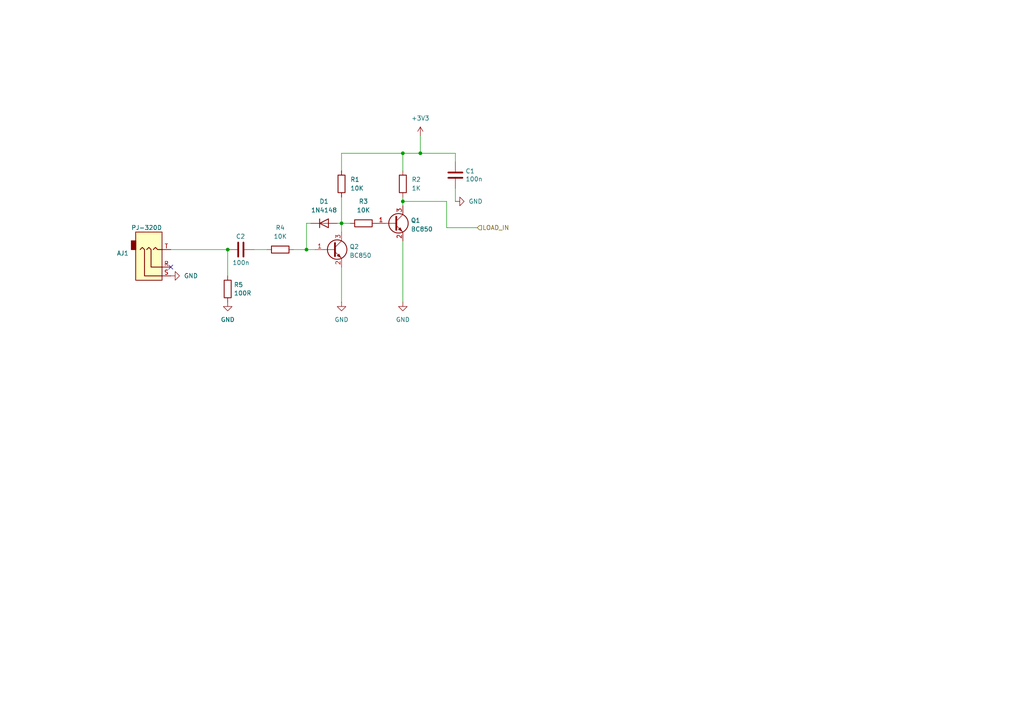
<source format=kicad_sch>
(kicad_sch (version 20250114) (generator "eeschema") (generator_version "9.0")
  (paper "A4")
  (title_block (title "${NAME}") (date "2025-04-16") (rev "${VERSION}") (company "Mikhail Matveev") (comment 1 "https://github.com/xtremespb/frank"))
  (lib_symbols
    (symbol "BC850_1" (pin_names (offset 0) (hide yes))
      (property "Reference" "Q" (at 5.08 1.905 0))
      (property "Value" "BC850" (at 5.08 0 0))
      (symbol "BC850_1_0_1"
        (polyline (pts (xy -2.54 0) (xy 0.635 0)))
        (polyline (pts (xy 0.635 1.905) (xy 0.635 -1.905)) (stroke (width 0.508)))
        (circle (center 1.27 0) (radius 2.8194) (stroke (width 0.254)))
      )
      (symbol "BC850_1_1_1"
        (polyline (pts (xy 0.635 0.635) (xy 2.54 2.54)))
        (polyline (pts (xy 0.635 -0.635) (xy 2.54 -2.54)))
        (polyline (pts (xy 1.27 -1.778) (xy 1.778 -1.27) (xy 2.286 -2.286) (xy 1.27 -1.778)) (fill (type outline)))
        (pin input line (at -5.08 0 0) (length 2.54) (name "B") (number "1"))
        (pin passive line (at 2.54 5.08 270) (length 2.54) (name "C") (number "3"))
        (pin passive line (at 2.54 -5.08 90) (length 2.54) (name "E") (number "2"))
      )
    )
    (symbol "Device:C" (pin_numbers (hide yes)) (pin_names (offset 0.254))
      (property "Reference" "C" (at 0.635 2.54 0))
      (property "Value" "C" (at 0.635 -2.54 0))
      (symbol "C_0_1"
        (polyline (pts (xy -2.032 0.762) (xy 2.032 0.762)) (stroke (width 0.508)))
        (polyline (pts (xy -2.032 -0.762) (xy 2.032 -0.762)) (stroke (width 0.508)))
      )
      (symbol "C_1_1"
        (pin passive line (at 0 3.81 270) (length 2.794) (name "~") (number "1"))
        (pin passive line (at 0 -3.81 90) (length 2.794) (name "~") (number "2"))
      )
    )
    (symbol "Device:D" (pin_numbers (hide yes)) (pin_names (offset 1.016) (hide yes))
      (property "Reference" "D" (at 0 2.54 0))
      (property "Value" "D" (at 0 -2.54 0))
      (symbol "D_0_1"
        (polyline (pts (xy -1.27 1.27) (xy -1.27 -1.27)) (stroke (width 0.254)))
        (polyline (pts (xy 1.27 1.27) (xy 1.27 -1.27) (xy -1.27 0) (xy 1.27 1.27)) (stroke (width 0.254)))
        (polyline (pts (xy 1.27 0) (xy -1.27 0)))
      )
      (symbol "D_1_1"
        (pin passive line (at -3.81 0 0) (length 2.54) (name "K") (number "1"))
        (pin passive line (at 3.81 0 180) (length 2.54) (name "A") (number "2"))
      )
    )
    (symbol "Device:R" (pin_numbers (hide yes)) (pin_names (offset 0))
      (property "Reference" "R" (at 2.032 0 90))
      (property "Value" "R" (at 0 0 90))
      (symbol "R_0_1"
        (rectangle (start -1.016 -2.54) (end 1.016 2.54) (stroke (width 0.254)))
      )
      (symbol "R_1_1"
        (pin passive line (at 0 3.81 270) (length 1.27) (name "~") (number "1"))
        (pin passive line (at 0 -3.81 90) (length 1.27) (name "~") (number "2"))
      )
    )
    (symbol "FRANK:AudioJack_3.5mm"
      (property "Reference" "AJ2" (at -7.1119 -4.0097 0))
      (symbol "AudioJack_3.5mm_0_1"
        (rectangle (start -5.08 -5.08) (end -6.35 -7.62) (stroke (width 0.254)) (fill (type outline)))
        (polyline (pts (xy -1.905 -5.08) (xy -1.27 -5.715) (xy -0.635 -5.08) (xy -0.635 0) (xy 2.54 0)) (stroke (width 0.254)))
        (polyline (pts (xy 0 -5.08) (xy 0.635 -5.715) (xy 1.27 -5.08) (xy 2.54 -5.08)) (stroke (width 0.254)))
        (rectangle (start 2.54 3.81) (end -5.08 -10.16) (stroke (width 0.254)) (fill (type background)))
        (polyline (pts (xy 2.54 2.54) (xy -2.54 2.54) (xy -2.54 -5.08) (xy -3.175 -5.715) (xy -3.81 -5.08)) (stroke (width 0.254)))
      )
      (symbol "AudioJack_3.5mm_1_1"
        (pin passive line (at 5.08 2.54 180) (length 2.54) (name "~") (number "S"))
        (pin passive line (at 5.08 0 180) (length 2.54) (name "~") (number "R"))
        (pin passive line (at 5.08 -5.08 180) (length 2.54) (name "~") (number "T"))
      )
    )
    (symbol "GND_1" (power) (pin_numbers (hide yes)) (pin_names (offset 0) (hide yes))
      (property "Value" "GND" (at 0 -3.81 0))
      (symbol "GND_1_0_1"
        (polyline (pts (xy 0 0) (xy 0 -1.27) (xy 1.27 -1.27) (xy 0 -2.54) (xy -1.27 -1.27) (xy 0 -1.27)))
      )
      (symbol "GND_1_1_1"
        (pin power_in line (at 0 0 270) (length 0) (name "~") (number "1"))
      )
    )
    (symbol "GND_2" (power) (pin_numbers (hide yes)) (pin_names (offset 0) (hide yes))
      (property "Value" "GND" (at 0 -3.81 0))
      (symbol "GND_2_0_1"
        (polyline (pts (xy 0 0) (xy 0 -1.27) (xy 1.27 -1.27) (xy 0 -2.54) (xy -1.27 -1.27) (xy 0 -1.27)))
      )
      (symbol "GND_2_1_1"
        (pin power_in line (at 0 0 270) (length 0) (name "~") (number "1"))
      )
    )
    (symbol "GND_3" (power) (pin_numbers (hide yes)) (pin_names (offset 0) (hide yes))
      (property "Value" "GND" (at 0 -3.81 0))
      (symbol "GND_3_0_1"
        (polyline (pts (xy 0 0) (xy 0 -1.27) (xy 1.27 -1.27) (xy 0 -2.54) (xy -1.27 -1.27) (xy 0 -1.27)))
      )
      (symbol "GND_3_1_1"
        (pin power_in line (at 0 0 270) (length 0) (name "~") (number "1"))
      )
    )
    (symbol "GND_4" (power) (pin_numbers (hide yes)) (pin_names (offset 0) (hide yes))
      (property "Value" "GND" (at 0 -3.81 0))
      (symbol "GND_4_0_1"
        (polyline (pts (xy 0 0) (xy 0 -1.27) (xy 1.27 -1.27) (xy 0 -2.54) (xy -1.27 -1.27) (xy 0 -1.27)))
      )
      (symbol "GND_4_1_1"
        (pin power_in line (at 0 0 270) (length 0) (name "~") (number "1"))
      )
    )
    (symbol "Transistor_BJT:BC850" (pin_names (offset 0) (hide yes))
      (property "Reference" "Q" (at 5.08 1.905 0))
      (property "Value" "BC850" (at 5.08 0 0))
      (symbol "BC850_0_1"
        (polyline (pts (xy -2.54 0) (xy 0.635 0)))
        (polyline (pts (xy 0.635 1.905) (xy 0.635 -1.905)) (stroke (width 0.508)))
        (circle (center 1.27 0) (radius 2.8194) (stroke (width 0.254)))
      )
      (symbol "BC850_1_1"
        (polyline (pts (xy 0.635 0.635) (xy 2.54 2.54)))
        (polyline (pts (xy 0.635 -0.635) (xy 2.54 -2.54)))
        (polyline (pts (xy 1.27 -1.778) (xy 1.778 -1.27) (xy 2.286 -2.286) (xy 1.27 -1.778)) (fill (type outline)))
        (pin input line (at -5.08 0 0) (length 2.54) (name "B") (number "1"))
        (pin passive line (at 2.54 5.08 270) (length 2.54) (name "C") (number "3"))
        (pin passive line (at 2.54 -5.08 90) (length 2.54) (name "E") (number "2"))
      )
    )
    (symbol "power:+3V3" (power) (pin_numbers (hide yes)) (pin_names (offset 0) (hide yes))
      (property "Value" "+3V3" (at 0 3.556 0))
      (symbol "+3V3_0_1"
        (polyline (pts (xy -0.762 1.27) (xy 0 2.54)))
        (polyline (pts (xy 0 2.54) (xy 0.762 1.27)))
        (polyline (pts (xy 0 0) (xy 0 2.54)))
      )
      (symbol "+3V3_1_1"
        (pin power_in line (at 0 0 90) (length 0) (name "~") (number "1"))
      )
    )
    (symbol "power:GND" (power) (pin_numbers (hide yes)) (pin_names (offset 0) (hide yes))
      (property "Value" "GND" (at 0 -3.81 0))
      (symbol "GND_0_1"
        (polyline (pts (xy 0 0) (xy 0 -1.27) (xy 1.27 -1.27) (xy 0 -2.54) (xy -1.27 -1.27) (xy 0 -1.27)))
      )
      (symbol "GND_1_1"
        (pin power_in line (at 0 0 270) (length 0) (name "~") (number "1"))
      )
    )
  )
  (junction (at 116.84 58.42))
  (junction (at 88.9 72.39))
  (junction (at 66.04 72.39))
  (junction (at 99.06 64.77))
  (junction (at 121.92 44.45))
  (junction (at 116.84 44.45))
  (no_connect (at 49.53 77.47))
  (wire (pts (xy 116.84 58.42) (xy 129.54 58.42)))
  (wire (pts (xy 99.06 64.77) (xy 99.06 67.31)))
  (wire (pts (xy 85.09 72.39) (xy 88.9 72.39)))
  (wire (pts (xy 121.92 44.45) (xy 132.08 44.45)))
  (wire (pts (xy 129.54 58.42) (xy 129.54 66.04)))
  (wire (pts (xy 97.79 64.77) (xy 99.06 64.77)))
  (wire (pts (xy 88.9 72.39) (xy 91.44 72.39)))
  (wire (pts (xy 116.84 58.42) (xy 116.84 59.69)))
  (wire (pts (xy 90.17 64.77) (xy 88.9 64.77)))
  (wire (pts (xy 129.54 66.04) (xy 138.43 66.04)))
  (wire (pts (xy 88.9 64.77) (xy 88.9 72.39)))
  (wire (pts (xy 73.66 72.39) (xy 77.47 72.39)))
  (wire (pts (xy 116.84 44.45) (xy 121.92 44.45)))
  (wire (pts (xy 99.06 77.47) (xy 99.06 87.63)))
  (wire (pts (xy 116.84 44.45) (xy 116.84 49.53)))
  (wire (pts (xy 99.06 44.45) (xy 99.06 49.53)))
  (wire (pts (xy 121.92 39.37) (xy 121.92 44.45)))
  (wire (pts (xy 116.84 69.85) (xy 116.84 87.63)))
  (wire (pts (xy 132.08 54.61) (xy 132.08 58.42)))
  (wire (pts (xy 99.06 44.45) (xy 116.84 44.45)))
  (wire (pts (xy 132.08 44.45) (xy 132.08 46.99)))
  (wire (pts (xy 49.53 72.39) (xy 66.04 72.39)))
  (wire (pts (xy 99.06 57.15) (xy 99.06 64.77)))
  (wire (pts (xy 116.84 57.15) (xy 116.84 58.42)))
  (wire (pts (xy 66.04 72.39) (xy 66.04 80.01)))
  (wire (pts (xy 99.06 64.77) (xy 101.6 64.77)))
  (hierarchical_label "LOAD_IN" (shape input) (at 138.43 66.04 0))
  (symbol (lib_id "Device:D") (at 93.98 64.77 0) (unit 1)
    (property "Reference" "D2" (at 93.98 58.42 0))
    (property "Value" "1N4148" (at 93.98 60.96 0))
    (property "Footprint" "FRANK:Diode (SOD-523)" (effects (hide yes)))
    (property "Datasheet" "https://www.vishay.com/docs/85748/1n4148w.pdf" (effects (hide yes)))
    (property "Description" "Diode" (effects (hide yes)))
    (property "Sim.Device" "D" (effects (hide yes)))
    (property "Sim.Pins" "1=K 2=A" (effects (hide yes)))
    (property "AliExpress" "https://www.aliexpress.com/item/1005005707644429.html" (effects (hide yes)))
    (instances (project "" (path "" (reference "D1") (unit 1))) (project "minifrank_rm1" (path "" (reference "D2") (unit 1))))
  )
  (symbol (lib_name "GND_2") (lib_id "power:GND") (at 99.06 87.63 0) (unit 1)
    (property "Reference" "#PWR044" (effects (hide yes)))
    (property "Value" "GND" (at 99.06 92.71 0))
    (property "Description" "Power symbol creates a global label with name \"GND\" , ground" (effects (hide yes)))
    (instances (project "" (path "" (reference "#PWR07") (unit 1))) (project "minifrank_rm1" (path "" (reference "#PWR044") (unit 1))))
  )
  (symbol (lib_id "Device:R") (at 105.41 64.77 90) (unit 1)
    (property "Reference" "R13" (at 105.41 58.42 90))
    (property "Value" "10K" (at 105.41 60.96 90))
    (property "Footprint" "FRANK:Resistor (0402)" (effects (hide yes)))
    (property "Datasheet" "https://www.vishay.com/docs/28952/mcs0402at-mct0603at-mcu0805at-mca1206at.pdf" (effects (hide yes)))
    (property "AliExpress" "https://www.aliexpress.com/item/1005005945735199.html" (effects (hide yes)))
    (instances (project "38NJU24" (path "" (reference "R3") (unit 1))) (project "minifrank_rm1" (path "" (reference "R13") (unit 1))))
  )
  (symbol (lib_id "power:GND") (at 66.04 87.63 0) (unit 1)
    (property "Reference" "#PWR043" (effects (hide yes)))
    (property "Value" "GND" (at 66.04 92.71 0))
    (property "Description" "Power symbol creates a global label with name \"GND\" , ground" (effects (hide yes)))
    (instances (project "" (path "" (reference "#PWR06") (unit 1))) (project "minifrank_rm1" (path "" (reference "#PWR043") (unit 1))))
  )
  (symbol (lib_id "Device:R") (at 116.84 53.34 0) (unit 1)
    (property "Reference" "R12" (at 119.38 52.0699 0) (effects (justify left)))
    (property "Value" "1K" (at 119.38 54.6099 0) (effects (justify left)))
    (property "Footprint" "FRANK:Resistor (0402)" (effects (hide yes)))
    (property "Datasheet" "https://www.vishay.com/docs/28952/mcs0402at-mct0603at-mcu0805at-mca1206at.pdf" (effects (hide yes)))
    (property "AliExpress" "https://www.aliexpress.com/item/1005005945735199.html" (effects (hide yes)))
    (instances (project "38NJU24" (path "" (reference "R2") (unit 1))) (project "minifrank_rm1" (path "" (reference "R12") (unit 1))))
  )
  (symbol (lib_id "FRANK:AudioJack_3.5mm") (at 44.45 77.47 0) (mirror x) (unit 1)
    (property "Reference" "J5" (at 37.3381 73.4603 0) (effects (justify right)))
    (property "Value" "PJ-320D" (at 46.99 66.04 0) (effects (justify right)))
    (property "Footprint" "FRANK:Jack (3.5mm, PJ-320D)" (effects (hide yes)))
    (property "Datasheet" "https://www.lcsc.com/datasheet/lcsc_datasheet_1810121716_Korean-Hroparts-Elec-PJ-320D-4A_C95562.pdf" (effects (hide yes)))
    (property "AliExpress" "https://www.aliexpress.com/item/4001158231104.html" (effects (hide yes)))
    (instances (project "38NJU24" (path "" (reference "AJ1") (unit 1))) (project "minifrank_rm1" (path "" (reference "J5") (unit 1))))
  )
  (symbol (lib_id "Device:C") (at 69.85 72.39 90) (unit 1)
    (property "Reference" "C20" (at 71.12 68.58 90) (effects (justify left)))
    (property "Value" "100n" (at 72.39 76.2 90) (effects (justify left)))
    (property "Footprint" "FRANK:Capacitor (0402)" (effects (hide yes)))
    (property "Datasheet" "https://eu.mouser.com/datasheet/2/40/KGM_X7R-3223212.pdf" (effects (hide yes)))
    (property "AliExpress" "https://www.aliexpress.com/item/33008008276.html" (effects (hide yes)))
    (instances (project "38NJU24" (path "" (reference "C2") (unit 1))) (project "minifrank_rm1" (path "" (reference "C20") (unit 1))))
  )
  (symbol (lib_name "GND_1") (lib_id "power:GND") (at 49.53 80.01 90) (unit 1)
    (property "Reference" "#PWR042" (effects (hide yes)))
    (property "Value" "GND" (at 53.34 80.0099 90) (effects (justify right)))
    (property "Description" "Power symbol creates a global label with name \"GND\" , ground" (effects (hide yes)))
    (instances (project "" (path "" (reference "#PWR05") (unit 1))) (project "minifrank_rm1" (path "" (reference "#PWR042") (unit 1))))
  )
  (symbol (lib_id "Device:R") (at 81.28 72.39 90) (unit 1)
    (property "Reference" "R14" (at 81.28 66.04 90))
    (property "Value" "10K" (at 81.28 68.58 90))
    (property "Footprint" "FRANK:Resistor (0402)" (effects (hide yes)))
    (property "Datasheet" "https://www.vishay.com/docs/28952/mcs0402at-mct0603at-mcu0805at-mca1206at.pdf" (effects (hide yes)))
    (property "AliExpress" "https://www.aliexpress.com/item/1005005945735199.html" (effects (hide yes)))
    (instances (project "38NJU24" (path "" (reference "R4") (unit 1))) (project "minifrank_rm1" (path "" (reference "R14") (unit 1))))
  )
  (symbol (lib_name "GND_4") (lib_id "power:GND") (at 132.08 58.42 90) (unit 1)
    (property "Reference" "#PWR041" (effects (hide yes)))
    (property "Value" "GND" (at 135.89 58.4199 90) (effects (justify right)))
    (property "Description" "Power symbol creates a global label with name \"GND\" , ground" (effects (hide yes)))
    (instances (project "" (path "" (reference "#PWR04") (unit 1))) (project "minifrank_rm1" (path "" (reference "#PWR041") (unit 1))))
  )
  (symbol (lib_name "GND_3") (lib_id "power:GND") (at 116.84 87.63 0) (unit 1)
    (property "Reference" "#PWR045" (effects (hide yes)))
    (property "Value" "GND" (at 116.84 92.71 0))
    (property "Description" "Power symbol creates a global label with name \"GND\" , ground" (effects (hide yes)))
    (instances (project "" (path "" (reference "#PWR08") (unit 1))) (project "minifrank_rm1" (path "" (reference "#PWR045") (unit 1))))
  )
  (symbol (lib_id "power:+3V3") (at 121.92 39.37 0) (unit 1)
    (property "Reference" "#PWR040" (effects (hide yes)))
    (property "Value" "+3V3" (at 121.92 34.29 0))
    (property "Description" "Power symbol creates a global label with name \"+3V3\"" (effects (hide yes)))
    (instances (project "" (path "" (reference "#PWR03") (unit 1))) (project "minifrank_rm1" (path "" (reference "#PWR040") (unit 1))))
  )
  (symbol (lib_id "Device:C") (at 132.08 50.8 0) (unit 1)
    (property "Reference" "C19" (at 135.001 49.6316 0) (effects (justify left)))
    (property "Value" "100n" (at 135.001 51.943 0) (effects (justify left)))
    (property "Footprint" "FRANK:Capacitor (0402)" (effects (hide yes)))
    (property "Datasheet" "https://eu.mouser.com/datasheet/2/40/KGM_X7R-3223212.pdf" (effects (hide yes)))
    (property "AliExpress" "https://www.aliexpress.com/item/33008008276.html" (effects (hide yes)))
    (instances (project "38NJU24" (path "" (reference "C1") (unit 1))) (project "minifrank_rm1" (path "" (reference "C19") (unit 1))))
  )
  (symbol (lib_id "Device:R") (at 66.04 83.82 0) (unit 1)
    (property "Reference" "R15" (at 67.818 82.6078 0) (effects (justify left)))
    (property "Value" "100R" (at 67.818 85.0321 0) (effects (justify left)))
    (property "Footprint" "FRANK:Resistor (0402)" (effects (hide yes)))
    (property "Datasheet" "https://www.vishay.com/docs/28952/mcs0402at-mct0603at-mcu0805at-mca1206at.pdf" (effects (hide yes)))
    (property "AliExpress" "https://www.aliexpress.com/item/1005005945735199.html" (effects (hide yes)))
    (instances (project "38NJU24" (path "" (reference "R5") (unit 1))) (project "minifrank_rm1" (path "" (reference "R15") (unit 1))))
  )
  (symbol (lib_name "BC850_1") (lib_id "Transistor_BJT:BC850") (at 96.52 72.39 0) (unit 1)
    (property "Reference" "Q2" (at 101.3714 71.5553 0) (effects (justify left)))
    (property "Value" "BC850" (at 101.3714 74.0922 0) (effects (justify left)))
    (property "Footprint" "FRANK:SOT-23" (effects (hide yes)))
    (property "Datasheet" "http://www.infineon.com/dgdl/Infineon-BC847SERIES_BC848SERIES_BC849SERIES_BC850SERIES-DS-v01_01-en.pdf?fileId=db3a304314dca389011541d4630a1657" (effects (hide yes)))
    (property "Description" "0.1A Ic, 45V Vce, NPN Transistor, SOT-23" (effects (hide yes)))
    (property "AliExpress" "https://www.aliexpress.com/item/1005005008637286.html" (effects (hide yes)))
  )
  (symbol (lib_id "Device:R") (at 99.06 53.34 0) (unit 1)
    (property "Reference" "R11" (at 101.6 52.0699 0) (effects (justify left)))
    (property "Value" "10K" (at 101.6 54.6099 0) (effects (justify left)))
    (property "Footprint" "FRANK:Resistor (0402)" (effects (hide yes)))
    (property "Datasheet" "https://www.vishay.com/docs/28952/mcs0402at-mct0603at-mcu0805at-mca1206at.pdf" (effects (hide yes)))
    (property "AliExpress" "https://www.aliexpress.com/item/1005005945735199.html" (effects (hide yes)))
    (instances (project "38NJU24" (path "" (reference "R1") (unit 1))) (project "minifrank_rm1" (path "" (reference "R11") (unit 1))))
  )
  (symbol (lib_id "Transistor_BJT:BC850") (at 114.3 64.77 0) (unit 1)
    (property "Reference" "Q1" (at 119.1514 63.9353 0) (effects (justify left)))
    (property "Value" "BC850" (at 119.1514 66.4722 0) (effects (justify left)))
    (property "Footprint" "FRANK:SOT-23" (effects (hide yes)))
    (property "Datasheet" "http://www.infineon.com/dgdl/Infineon-BC847SERIES_BC848SERIES_BC849SERIES_BC850SERIES-DS-v01_01-en.pdf?fileId=db3a304314dca389011541d4630a1657" (effects (hide yes)))
    (property "Description" "0.1A Ic, 45V Vce, NPN Transistor, SOT-23" (effects (hide yes)))
    (property "AliExpress" "https://www.aliexpress.com/item/1005005008637286.html" (effects (hide yes)))
  )
)
</source>
